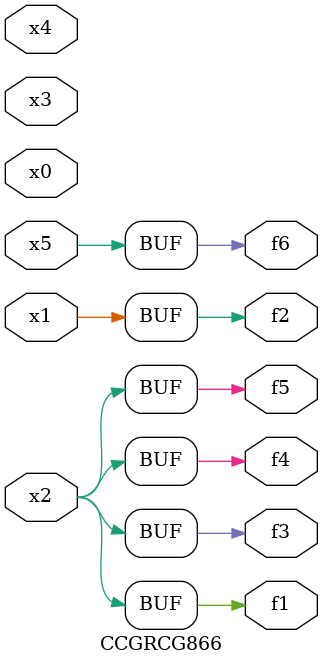
<source format=v>
module CCGRCG866(
	input x0, x1, x2, x3, x4, x5,
	output f1, f2, f3, f4, f5, f6
);
	assign f1 = x2;
	assign f2 = x1;
	assign f3 = x2;
	assign f4 = x2;
	assign f5 = x2;
	assign f6 = x5;
endmodule

</source>
